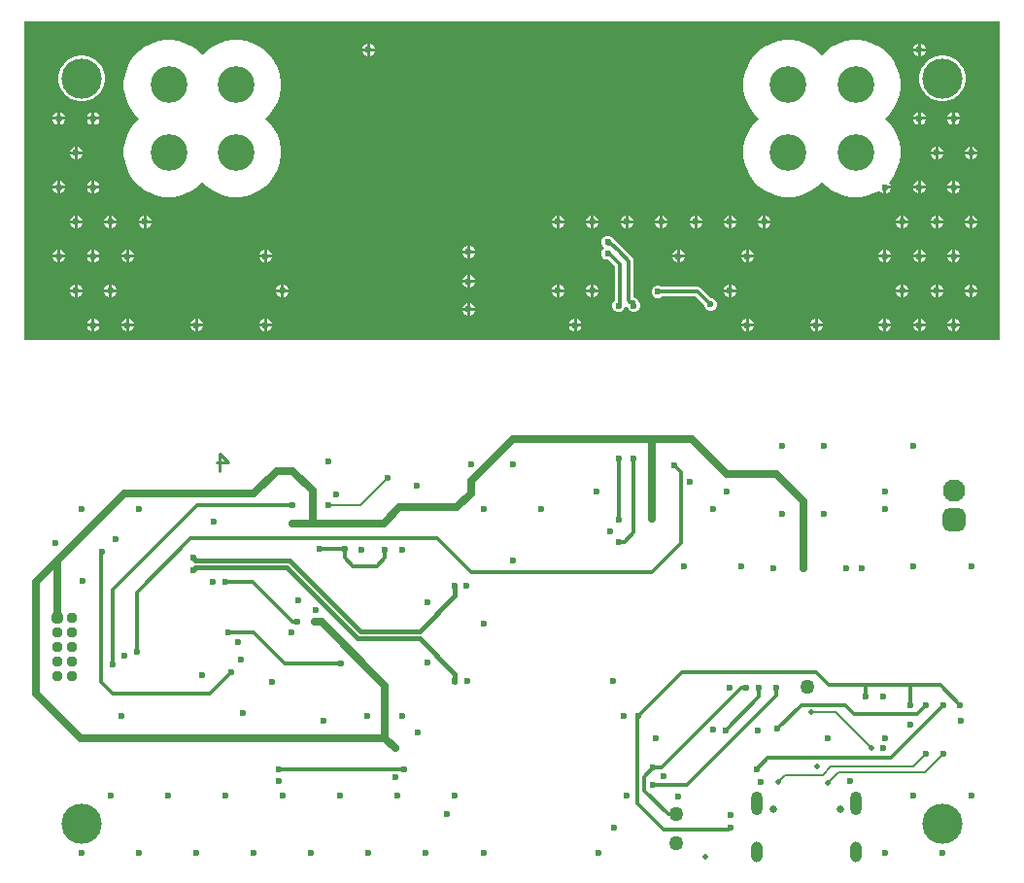
<source format=gbl>
G04*
G04 #@! TF.GenerationSoftware,Altium Limited,Altium Designer,24.2.2 (26)*
G04*
G04 Layer_Physical_Order=4*
G04 Layer_Color=16736095*
%FSLAX44Y44*%
%MOMM*%
G71*
G04*
G04 #@! TF.SameCoordinates,6A8CA8D3-F6E6-494B-9A6B-4A02BC4B17F5*
G04*
G04*
G04 #@! TF.FilePolarity,Positive*
G04*
G01*
G75*
%ADD14C,0.2000*%
%ADD15C,0.2540*%
G04:AMPARAMS|DCode=69|XSize=1mm|YSize=1.8mm|CornerRadius=0.5mm|HoleSize=0mm|Usage=FLASHONLY|Rotation=0.000|XOffset=0mm|YOffset=0mm|HoleType=Round|Shape=RoundedRectangle|*
%AMROUNDEDRECTD69*
21,1,1.0000,0.8000,0,0,0.0*
21,1,0.0000,1.8000,0,0,0.0*
1,1,1.0000,0.0000,-0.4000*
1,1,1.0000,0.0000,-0.4000*
1,1,1.0000,0.0000,0.4000*
1,1,1.0000,0.0000,0.4000*
%
%ADD69ROUNDEDRECTD69*%
G04:AMPARAMS|DCode=70|XSize=1mm|YSize=2.1mm|CornerRadius=0.5mm|HoleSize=0mm|Usage=FLASHONLY|Rotation=0.000|XOffset=0mm|YOffset=0mm|HoleType=Round|Shape=RoundedRectangle|*
%AMROUNDEDRECTD70*
21,1,1.0000,1.1000,0,0,0.0*
21,1,0.0000,2.1000,0,0,0.0*
1,1,1.0000,0.0000,-0.5500*
1,1,1.0000,0.0000,-0.5500*
1,1,1.0000,0.0000,0.5500*
1,1,1.0000,0.0000,0.5500*
%
%ADD70ROUNDEDRECTD70*%
%ADD71C,0.6500*%
%ADD81C,0.3000*%
%ADD82C,0.3810*%
%ADD83C,0.7000*%
%ADD84C,3.2000*%
%ADD85C,0.9500*%
G04:AMPARAMS|DCode=86|XSize=0.95mm|YSize=0.95mm|CornerRadius=0.2375mm|HoleSize=0mm|Usage=FLASHONLY|Rotation=270.000|XOffset=0mm|YOffset=0mm|HoleType=Round|Shape=RoundedRectangle|*
%AMROUNDEDRECTD86*
21,1,0.9500,0.4750,0,0,270.0*
21,1,0.4750,0.9500,0,0,270.0*
1,1,0.4750,-0.2375,-0.2375*
1,1,0.4750,-0.2375,0.2375*
1,1,0.4750,0.2375,0.2375*
1,1,0.4750,0.2375,-0.2375*
%
%ADD86ROUNDEDRECTD86*%
G04:AMPARAMS|DCode=87|XSize=1.95mm|YSize=1.95mm|CornerRadius=0.4875mm|HoleSize=0mm|Usage=FLASHONLY|Rotation=90.000|XOffset=0mm|YOffset=0mm|HoleType=Round|Shape=RoundedRectangle|*
%AMROUNDEDRECTD87*
21,1,1.9500,0.9750,0,0,90.0*
21,1,0.9750,1.9500,0,0,90.0*
1,1,0.9750,0.4875,0.4875*
1,1,0.9750,0.4875,-0.4875*
1,1,0.9750,-0.4875,-0.4875*
1,1,0.9750,-0.4875,0.4875*
%
%ADD87ROUNDEDRECTD87*%
%ADD88C,1.9500*%
%ADD89C,3.5000*%
%ADD90C,0.6000*%
%ADD91C,1.2700*%
%ADD92C,0.5000*%
G36*
X1450000Y947000D02*
X600000D01*
Y1225000D01*
X1450000D01*
Y947000D01*
D02*
G37*
%LPC*%
G36*
X1381270Y1205470D02*
Y1201270D01*
X1385470D01*
X1384696Y1203138D01*
X1383138Y1204696D01*
X1381270Y1205470D01*
D02*
G37*
G36*
X1378730D02*
X1376861Y1204696D01*
X1375303Y1203138D01*
X1374529Y1201270D01*
X1378730D01*
Y1205470D01*
D02*
G37*
G36*
X901270D02*
Y1201270D01*
X905470D01*
X904696Y1203138D01*
X903138Y1204696D01*
X901270Y1205470D01*
D02*
G37*
G36*
X898730D02*
X896862Y1204696D01*
X895303Y1203138D01*
X894529Y1201270D01*
X898730D01*
Y1205470D01*
D02*
G37*
G36*
X1327419Y1208350D02*
X1321281D01*
X1315217Y1207390D01*
X1309379Y1205493D01*
X1303910Y1202706D01*
X1298943Y1199098D01*
X1295000Y1195154D01*
X1291057Y1199098D01*
X1286091Y1202706D01*
X1280621Y1205493D01*
X1274782Y1207390D01*
X1268719Y1208350D01*
X1262581D01*
X1256517Y1207390D01*
X1250679Y1205493D01*
X1245210Y1202706D01*
X1240243Y1199098D01*
X1235902Y1194757D01*
X1232294Y1189790D01*
X1229507Y1184321D01*
X1227610Y1178483D01*
X1226650Y1172419D01*
Y1166281D01*
X1227610Y1160218D01*
X1229507Y1154379D01*
X1232294Y1148910D01*
X1235902Y1143943D01*
X1239846Y1140000D01*
X1235902Y1136057D01*
X1232294Y1131090D01*
X1229507Y1125621D01*
X1227610Y1119782D01*
X1226650Y1113719D01*
Y1107581D01*
X1227610Y1101517D01*
X1229507Y1095679D01*
X1232294Y1090210D01*
X1235902Y1085243D01*
X1240243Y1080902D01*
X1245210Y1077294D01*
X1250679Y1074507D01*
X1256517Y1072610D01*
X1262581Y1071650D01*
X1268719D01*
X1274782Y1072610D01*
X1280621Y1074507D01*
X1286091Y1077294D01*
X1291057Y1080902D01*
X1295000Y1084846D01*
X1298943Y1080902D01*
X1303910Y1077294D01*
X1309379Y1074507D01*
X1315217Y1072610D01*
X1321281Y1071650D01*
X1327419D01*
X1333483Y1072610D01*
X1339321Y1074507D01*
X1343931Y1076856D01*
X1345303Y1076861D01*
X1346861Y1075303D01*
X1348730Y1074529D01*
Y1080000D01*
X1350000D01*
Y1081144D01*
X1350125Y1081270D01*
X1355470D01*
X1354696Y1083138D01*
X1353344Y1084490D01*
X1354098Y1085243D01*
X1357706Y1090210D01*
X1360493Y1095679D01*
X1362390Y1101517D01*
X1363350Y1107581D01*
Y1113719D01*
X1362390Y1119782D01*
X1360493Y1125621D01*
X1357706Y1131090D01*
X1354098Y1136057D01*
X1350154Y1140000D01*
X1354098Y1143943D01*
X1357706Y1148910D01*
X1360493Y1154379D01*
X1362390Y1160218D01*
X1363350Y1166281D01*
Y1172419D01*
X1362390Y1178483D01*
X1360493Y1184321D01*
X1357706Y1189790D01*
X1354098Y1194757D01*
X1349757Y1199098D01*
X1344790Y1202706D01*
X1339321Y1205493D01*
X1333483Y1207390D01*
X1327419Y1208350D01*
D02*
G37*
G36*
X787419D02*
X781281D01*
X775218Y1207390D01*
X769379Y1205493D01*
X763910Y1202706D01*
X758943Y1199098D01*
X755000Y1195154D01*
X751057Y1199098D01*
X746090Y1202706D01*
X740621Y1205493D01*
X734782Y1207390D01*
X728719Y1208350D01*
X722581D01*
X716517Y1207390D01*
X710679Y1205493D01*
X705210Y1202706D01*
X700243Y1199098D01*
X695902Y1194757D01*
X692294Y1189790D01*
X689507Y1184321D01*
X687610Y1178483D01*
X686650Y1172419D01*
Y1166281D01*
X687610Y1160218D01*
X689507Y1154379D01*
X692294Y1148910D01*
X695902Y1143943D01*
X699846Y1140000D01*
X695902Y1136057D01*
X692294Y1131090D01*
X689507Y1125621D01*
X687610Y1119782D01*
X686650Y1113719D01*
Y1107581D01*
X687610Y1101517D01*
X689507Y1095679D01*
X692294Y1090210D01*
X695902Y1085243D01*
X700243Y1080902D01*
X705210Y1077294D01*
X710679Y1074507D01*
X716517Y1072610D01*
X722581Y1071650D01*
X728719D01*
X734782Y1072610D01*
X740621Y1074507D01*
X746090Y1077294D01*
X751057Y1080902D01*
X755000Y1084846D01*
X758943Y1080902D01*
X763910Y1077294D01*
X769379Y1074507D01*
X775218Y1072610D01*
X781281Y1071650D01*
X787419D01*
X793483Y1072610D01*
X799321Y1074507D01*
X804790Y1077294D01*
X809757Y1080902D01*
X814098Y1085243D01*
X817706Y1090210D01*
X820493Y1095679D01*
X822390Y1101517D01*
X823350Y1107581D01*
Y1113719D01*
X822390Y1119782D01*
X820493Y1125621D01*
X817706Y1131090D01*
X814098Y1136057D01*
X810154Y1140000D01*
X814098Y1143943D01*
X817706Y1148910D01*
X820493Y1154379D01*
X822390Y1160218D01*
X823350Y1166281D01*
Y1172419D01*
X822390Y1178483D01*
X820493Y1184321D01*
X817706Y1189790D01*
X814098Y1194757D01*
X809757Y1199098D01*
X804790Y1202706D01*
X799321Y1205493D01*
X793483Y1207390D01*
X787419Y1208350D01*
D02*
G37*
G36*
X1385470Y1198730D02*
X1381270D01*
Y1194529D01*
X1383138Y1195303D01*
X1384696Y1196861D01*
X1385470Y1198730D01*
D02*
G37*
G36*
X1378730D02*
X1374529D01*
X1375303Y1196861D01*
X1376861Y1195303D01*
X1378730Y1194529D01*
Y1198730D01*
D02*
G37*
G36*
X905470D02*
X901270D01*
Y1194529D01*
X903138Y1195303D01*
X904696Y1196861D01*
X905470Y1198730D01*
D02*
G37*
G36*
X898730D02*
X894529D01*
X895303Y1196861D01*
X896862Y1195303D01*
X898730Y1194529D01*
Y1198730D01*
D02*
G37*
G36*
X1401974Y1195040D02*
X1398026D01*
X1394155Y1194270D01*
X1390508Y1192759D01*
X1387225Y1190566D01*
X1384434Y1187775D01*
X1382241Y1184492D01*
X1380730Y1180845D01*
X1379960Y1176974D01*
Y1173026D01*
X1380730Y1169155D01*
X1382241Y1165508D01*
X1384434Y1162225D01*
X1387225Y1159434D01*
X1390508Y1157241D01*
X1394155Y1155730D01*
X1398026Y1154960D01*
X1401974D01*
X1405845Y1155730D01*
X1409492Y1157241D01*
X1412775Y1159434D01*
X1415566Y1162225D01*
X1417759Y1165508D01*
X1419270Y1169155D01*
X1420040Y1173026D01*
Y1176974D01*
X1419270Y1180845D01*
X1417759Y1184492D01*
X1415566Y1187775D01*
X1412775Y1190566D01*
X1409492Y1192759D01*
X1405845Y1194270D01*
X1401974Y1195040D01*
D02*
G37*
G36*
X651974D02*
X648026D01*
X644155Y1194270D01*
X640508Y1192759D01*
X637225Y1190566D01*
X634434Y1187775D01*
X632241Y1184492D01*
X630730Y1180845D01*
X629960Y1176974D01*
Y1173026D01*
X630730Y1169155D01*
X632241Y1165508D01*
X634434Y1162225D01*
X637225Y1159434D01*
X640508Y1157241D01*
X644155Y1155730D01*
X648026Y1154960D01*
X651974D01*
X655845Y1155730D01*
X659492Y1157241D01*
X662775Y1159434D01*
X665566Y1162225D01*
X667759Y1165508D01*
X669270Y1169155D01*
X670040Y1173026D01*
Y1176974D01*
X669270Y1180845D01*
X667759Y1184492D01*
X665566Y1187775D01*
X662775Y1190566D01*
X659492Y1192759D01*
X655845Y1194270D01*
X651974Y1195040D01*
D02*
G37*
G36*
X1411270Y1145470D02*
Y1141270D01*
X1415470D01*
X1414696Y1143138D01*
X1413138Y1144696D01*
X1411270Y1145470D01*
D02*
G37*
G36*
X1408730D02*
X1406861Y1144696D01*
X1405303Y1143138D01*
X1404529Y1141270D01*
X1408730D01*
Y1145470D01*
D02*
G37*
G36*
X1381270D02*
Y1141270D01*
X1385470D01*
X1384696Y1143138D01*
X1383138Y1144696D01*
X1381270Y1145470D01*
D02*
G37*
G36*
X1378730D02*
X1376861Y1144696D01*
X1375303Y1143138D01*
X1374529Y1141270D01*
X1378730D01*
Y1145470D01*
D02*
G37*
G36*
X661270D02*
Y1141270D01*
X665470D01*
X664696Y1143138D01*
X663138Y1144696D01*
X661270Y1145470D01*
D02*
G37*
G36*
X658730D02*
X656862Y1144696D01*
X655303Y1143138D01*
X654529Y1141270D01*
X658730D01*
Y1145470D01*
D02*
G37*
G36*
X631270D02*
Y1141270D01*
X635470D01*
X634696Y1143138D01*
X633138Y1144696D01*
X631270Y1145470D01*
D02*
G37*
G36*
X628730D02*
X626862Y1144696D01*
X625303Y1143138D01*
X624529Y1141270D01*
X628730D01*
Y1145470D01*
D02*
G37*
G36*
X1415470Y1138730D02*
X1411270D01*
Y1134529D01*
X1413138Y1135303D01*
X1414696Y1136861D01*
X1415470Y1138730D01*
D02*
G37*
G36*
X1408730D02*
X1404529D01*
X1405303Y1136861D01*
X1406861Y1135303D01*
X1408730Y1134529D01*
Y1138730D01*
D02*
G37*
G36*
X1385470D02*
X1381270D01*
Y1134529D01*
X1383138Y1135303D01*
X1384696Y1136861D01*
X1385470Y1138730D01*
D02*
G37*
G36*
X1378730D02*
X1374529D01*
X1375303Y1136861D01*
X1376861Y1135303D01*
X1378730Y1134529D01*
Y1138730D01*
D02*
G37*
G36*
X665470D02*
X661270D01*
Y1134529D01*
X663138Y1135303D01*
X664696Y1136861D01*
X665470Y1138730D01*
D02*
G37*
G36*
X658730D02*
X654529D01*
X655303Y1136861D01*
X656862Y1135303D01*
X658730Y1134529D01*
Y1138730D01*
D02*
G37*
G36*
X635470D02*
X631270D01*
Y1134529D01*
X633138Y1135303D01*
X634696Y1136861D01*
X635470Y1138730D01*
D02*
G37*
G36*
X628730D02*
X624529D01*
X625303Y1136861D01*
X626862Y1135303D01*
X628730Y1134529D01*
Y1138730D01*
D02*
G37*
G36*
X1426270Y1115470D02*
Y1111270D01*
X1430470D01*
X1429696Y1113138D01*
X1428138Y1114696D01*
X1426270Y1115470D01*
D02*
G37*
G36*
X1423730D02*
X1421861Y1114696D01*
X1420303Y1113138D01*
X1419529Y1111270D01*
X1423730D01*
Y1115470D01*
D02*
G37*
G36*
X1396270D02*
Y1111270D01*
X1400470D01*
X1399696Y1113138D01*
X1398138Y1114696D01*
X1396270Y1115470D01*
D02*
G37*
G36*
X1393730D02*
X1391861Y1114696D01*
X1390303Y1113138D01*
X1389529Y1111270D01*
X1393730D01*
Y1115470D01*
D02*
G37*
G36*
X646270D02*
Y1111270D01*
X650470D01*
X649696Y1113138D01*
X648138Y1114696D01*
X646270Y1115470D01*
D02*
G37*
G36*
X643730D02*
X641862Y1114696D01*
X640303Y1113138D01*
X639529Y1111270D01*
X643730D01*
Y1115470D01*
D02*
G37*
G36*
X1430470Y1108730D02*
X1426270D01*
Y1104529D01*
X1428138Y1105303D01*
X1429696Y1106861D01*
X1430470Y1108730D01*
D02*
G37*
G36*
X1423730D02*
X1419529D01*
X1420303Y1106861D01*
X1421861Y1105303D01*
X1423730Y1104529D01*
Y1108730D01*
D02*
G37*
G36*
X1400470D02*
X1396270D01*
Y1104529D01*
X1398138Y1105303D01*
X1399696Y1106861D01*
X1400470Y1108730D01*
D02*
G37*
G36*
X1393730D02*
X1389529D01*
X1390303Y1106861D01*
X1391861Y1105303D01*
X1393730Y1104529D01*
Y1108730D01*
D02*
G37*
G36*
X650470D02*
X646270D01*
Y1104529D01*
X648138Y1105303D01*
X649696Y1106861D01*
X650470Y1108730D01*
D02*
G37*
G36*
X643730D02*
X639529D01*
X640303Y1106861D01*
X641862Y1105303D01*
X643730Y1104529D01*
Y1108730D01*
D02*
G37*
G36*
X1411270Y1085470D02*
Y1081270D01*
X1415470D01*
X1414696Y1083138D01*
X1413138Y1084696D01*
X1411270Y1085470D01*
D02*
G37*
G36*
X1408730D02*
X1406861Y1084696D01*
X1405303Y1083138D01*
X1404529Y1081270D01*
X1408730D01*
Y1085470D01*
D02*
G37*
G36*
X1381270D02*
Y1081270D01*
X1385470D01*
X1384696Y1083138D01*
X1383138Y1084696D01*
X1381270Y1085470D01*
D02*
G37*
G36*
X1378730D02*
X1376861Y1084696D01*
X1375303Y1083138D01*
X1374529Y1081270D01*
X1378730D01*
Y1085470D01*
D02*
G37*
G36*
X661270D02*
Y1081270D01*
X665470D01*
X664696Y1083138D01*
X663138Y1084696D01*
X661270Y1085470D01*
D02*
G37*
G36*
X658730D02*
X656862Y1084696D01*
X655303Y1083138D01*
X654529Y1081270D01*
X658730D01*
Y1085470D01*
D02*
G37*
G36*
X631270D02*
Y1081270D01*
X635470D01*
X634696Y1083138D01*
X633138Y1084696D01*
X631270Y1085470D01*
D02*
G37*
G36*
X628730D02*
X626862Y1084696D01*
X625303Y1083138D01*
X624529Y1081270D01*
X628730D01*
Y1085470D01*
D02*
G37*
G36*
X1415470Y1078730D02*
X1411270D01*
Y1074529D01*
X1413138Y1075303D01*
X1414696Y1076861D01*
X1415470Y1078730D01*
D02*
G37*
G36*
X1408730D02*
X1404529D01*
X1405303Y1076861D01*
X1406861Y1075303D01*
X1408730Y1074529D01*
Y1078730D01*
D02*
G37*
G36*
X1385470D02*
X1381270D01*
Y1074529D01*
X1383138Y1075303D01*
X1384696Y1076861D01*
X1385470Y1078730D01*
D02*
G37*
G36*
X1378730D02*
X1374529D01*
X1375303Y1076861D01*
X1376861Y1075303D01*
X1378730Y1074529D01*
Y1078730D01*
D02*
G37*
G36*
X1355470D02*
X1351270D01*
Y1074529D01*
X1353138Y1075303D01*
X1354696Y1076861D01*
X1355470Y1078730D01*
D02*
G37*
G36*
X665470D02*
X661270D01*
Y1074529D01*
X663138Y1075303D01*
X664696Y1076861D01*
X665470Y1078730D01*
D02*
G37*
G36*
X658730D02*
X654529D01*
X655303Y1076861D01*
X656862Y1075303D01*
X658730Y1074529D01*
Y1078730D01*
D02*
G37*
G36*
X635470D02*
X631270D01*
Y1074529D01*
X633138Y1075303D01*
X634696Y1076861D01*
X635470Y1078730D01*
D02*
G37*
G36*
X628730D02*
X624529D01*
X625303Y1076861D01*
X626862Y1075303D01*
X628730Y1074529D01*
Y1078730D01*
D02*
G37*
G36*
X1426270Y1055470D02*
Y1051270D01*
X1430470D01*
X1429696Y1053138D01*
X1428138Y1054696D01*
X1426270Y1055470D01*
D02*
G37*
G36*
X1423730D02*
X1421861Y1054696D01*
X1420303Y1053138D01*
X1419529Y1051270D01*
X1423730D01*
Y1055470D01*
D02*
G37*
G36*
X1396270D02*
Y1051270D01*
X1400470D01*
X1399696Y1053138D01*
X1398138Y1054696D01*
X1396270Y1055470D01*
D02*
G37*
G36*
X1393730D02*
X1391861Y1054696D01*
X1390303Y1053138D01*
X1389529Y1051270D01*
X1393730D01*
Y1055470D01*
D02*
G37*
G36*
X1366270D02*
Y1051270D01*
X1370470D01*
X1369696Y1053138D01*
X1368138Y1054696D01*
X1366270Y1055470D01*
D02*
G37*
G36*
X1363730D02*
X1361861Y1054696D01*
X1360303Y1053138D01*
X1359529Y1051270D01*
X1363730D01*
Y1055470D01*
D02*
G37*
G36*
X1246270D02*
Y1051270D01*
X1250470D01*
X1249696Y1053138D01*
X1248138Y1054696D01*
X1246270Y1055470D01*
D02*
G37*
G36*
X1243730D02*
X1241861Y1054696D01*
X1240303Y1053138D01*
X1239529Y1051270D01*
X1243730D01*
Y1055470D01*
D02*
G37*
G36*
X1216270D02*
Y1051270D01*
X1220470D01*
X1219696Y1053138D01*
X1218138Y1054696D01*
X1216270Y1055470D01*
D02*
G37*
G36*
X1213730D02*
X1211861Y1054696D01*
X1210303Y1053138D01*
X1209529Y1051270D01*
X1213730D01*
Y1055470D01*
D02*
G37*
G36*
X1186270D02*
Y1051270D01*
X1190470D01*
X1189696Y1053138D01*
X1188138Y1054696D01*
X1186270Y1055470D01*
D02*
G37*
G36*
X1183730D02*
X1181861Y1054696D01*
X1180303Y1053138D01*
X1179529Y1051270D01*
X1183730D01*
Y1055470D01*
D02*
G37*
G36*
X1156270D02*
Y1051270D01*
X1160470D01*
X1159696Y1053138D01*
X1158138Y1054696D01*
X1156270Y1055470D01*
D02*
G37*
G36*
X1153730D02*
X1151861Y1054696D01*
X1150303Y1053138D01*
X1149529Y1051270D01*
X1153730D01*
Y1055470D01*
D02*
G37*
G36*
X1126270D02*
Y1051270D01*
X1130470D01*
X1129696Y1053138D01*
X1128138Y1054696D01*
X1126270Y1055470D01*
D02*
G37*
G36*
X1123730D02*
X1121861Y1054696D01*
X1120303Y1053138D01*
X1119529Y1051270D01*
X1123730D01*
Y1055470D01*
D02*
G37*
G36*
X1096270D02*
Y1051270D01*
X1100470D01*
X1099696Y1053138D01*
X1098138Y1054696D01*
X1096270Y1055470D01*
D02*
G37*
G36*
X1093730D02*
X1091861Y1054696D01*
X1090303Y1053138D01*
X1089529Y1051270D01*
X1093730D01*
Y1055470D01*
D02*
G37*
G36*
X1066270D02*
Y1051270D01*
X1070470D01*
X1069696Y1053138D01*
X1068138Y1054696D01*
X1066270Y1055470D01*
D02*
G37*
G36*
X1063730D02*
X1061861Y1054696D01*
X1060303Y1053138D01*
X1059529Y1051270D01*
X1063730D01*
Y1055470D01*
D02*
G37*
G36*
X706270D02*
Y1051270D01*
X710470D01*
X709696Y1053138D01*
X708138Y1054696D01*
X706270Y1055470D01*
D02*
G37*
G36*
X703730D02*
X701862Y1054696D01*
X700303Y1053138D01*
X699529Y1051270D01*
X703730D01*
Y1055470D01*
D02*
G37*
G36*
X676270D02*
Y1051270D01*
X680470D01*
X679696Y1053138D01*
X678138Y1054696D01*
X676270Y1055470D01*
D02*
G37*
G36*
X673730D02*
X671862Y1054696D01*
X670303Y1053138D01*
X669529Y1051270D01*
X673730D01*
Y1055470D01*
D02*
G37*
G36*
X646270D02*
Y1051270D01*
X650470D01*
X649696Y1053138D01*
X648138Y1054696D01*
X646270Y1055470D01*
D02*
G37*
G36*
X643730D02*
X641862Y1054696D01*
X640303Y1053138D01*
X639529Y1051270D01*
X643730D01*
Y1055470D01*
D02*
G37*
G36*
X1430470Y1048730D02*
X1426270D01*
Y1044529D01*
X1428138Y1045303D01*
X1429696Y1046861D01*
X1430470Y1048730D01*
D02*
G37*
G36*
X1423730D02*
X1419529D01*
X1420303Y1046861D01*
X1421861Y1045303D01*
X1423730Y1044529D01*
Y1048730D01*
D02*
G37*
G36*
X1400470D02*
X1396270D01*
Y1044529D01*
X1398138Y1045303D01*
X1399696Y1046861D01*
X1400470Y1048730D01*
D02*
G37*
G36*
X1393730D02*
X1389529D01*
X1390303Y1046861D01*
X1391861Y1045303D01*
X1393730Y1044529D01*
Y1048730D01*
D02*
G37*
G36*
X1370470D02*
X1366270D01*
Y1044529D01*
X1368138Y1045303D01*
X1369696Y1046861D01*
X1370470Y1048730D01*
D02*
G37*
G36*
X1363730D02*
X1359529D01*
X1360303Y1046861D01*
X1361861Y1045303D01*
X1363730Y1044529D01*
Y1048730D01*
D02*
G37*
G36*
X1250470D02*
X1246270D01*
Y1044529D01*
X1248138Y1045303D01*
X1249696Y1046861D01*
X1250470Y1048730D01*
D02*
G37*
G36*
X1243730D02*
X1239529D01*
X1240303Y1046861D01*
X1241861Y1045303D01*
X1243730Y1044529D01*
Y1048730D01*
D02*
G37*
G36*
X1220470D02*
X1216270D01*
Y1044529D01*
X1218138Y1045303D01*
X1219696Y1046861D01*
X1220470Y1048730D01*
D02*
G37*
G36*
X1213730D02*
X1209529D01*
X1210303Y1046861D01*
X1211861Y1045303D01*
X1213730Y1044529D01*
Y1048730D01*
D02*
G37*
G36*
X1190470D02*
X1186270D01*
Y1044529D01*
X1188138Y1045303D01*
X1189696Y1046861D01*
X1190470Y1048730D01*
D02*
G37*
G36*
X1183730D02*
X1179529D01*
X1180303Y1046861D01*
X1181861Y1045303D01*
X1183730Y1044529D01*
Y1048730D01*
D02*
G37*
G36*
X1160470D02*
X1156270D01*
Y1044529D01*
X1158138Y1045303D01*
X1159696Y1046861D01*
X1160470Y1048730D01*
D02*
G37*
G36*
X1153730D02*
X1149529D01*
X1150303Y1046861D01*
X1151861Y1045303D01*
X1153730Y1044529D01*
Y1048730D01*
D02*
G37*
G36*
X1130470D02*
X1126270D01*
Y1044529D01*
X1128138Y1045303D01*
X1129696Y1046861D01*
X1130470Y1048730D01*
D02*
G37*
G36*
X1123730D02*
X1119529D01*
X1120303Y1046861D01*
X1121861Y1045303D01*
X1123730Y1044529D01*
Y1048730D01*
D02*
G37*
G36*
X1100470D02*
X1096270D01*
Y1044529D01*
X1098138Y1045303D01*
X1099696Y1046861D01*
X1100470Y1048730D01*
D02*
G37*
G36*
X1093730D02*
X1089529D01*
X1090303Y1046861D01*
X1091861Y1045303D01*
X1093730Y1044529D01*
Y1048730D01*
D02*
G37*
G36*
X1070470D02*
X1066270D01*
Y1044529D01*
X1068138Y1045303D01*
X1069696Y1046861D01*
X1070470Y1048730D01*
D02*
G37*
G36*
X1063730D02*
X1059529D01*
X1060303Y1046861D01*
X1061861Y1045303D01*
X1063730Y1044529D01*
Y1048730D01*
D02*
G37*
G36*
X710470D02*
X706270D01*
Y1044529D01*
X708138Y1045303D01*
X709696Y1046861D01*
X710470Y1048730D01*
D02*
G37*
G36*
X703730D02*
X699529D01*
X700303Y1046861D01*
X701862Y1045303D01*
X703730Y1044529D01*
Y1048730D01*
D02*
G37*
G36*
X680470D02*
X676270D01*
Y1044529D01*
X678138Y1045303D01*
X679696Y1046861D01*
X680470Y1048730D01*
D02*
G37*
G36*
X673730D02*
X669529D01*
X670303Y1046861D01*
X671862Y1045303D01*
X673730Y1044529D01*
Y1048730D01*
D02*
G37*
G36*
X650470D02*
X646270D01*
Y1044529D01*
X648138Y1045303D01*
X649696Y1046861D01*
X650470Y1048730D01*
D02*
G37*
G36*
X643730D02*
X639529D01*
X640303Y1046861D01*
X641862Y1045303D01*
X643730Y1044529D01*
Y1048730D01*
D02*
G37*
G36*
X988436Y1029304D02*
Y1025104D01*
X992637D01*
X991863Y1026972D01*
X990304Y1028530D01*
X988436Y1029304D01*
D02*
G37*
G36*
X985896D02*
X984028Y1028530D01*
X982470Y1026972D01*
X981696Y1025104D01*
X985896D01*
Y1029304D01*
D02*
G37*
G36*
X1411270Y1025470D02*
Y1021270D01*
X1415470D01*
X1414696Y1023138D01*
X1413138Y1024696D01*
X1411270Y1025470D01*
D02*
G37*
G36*
X1408730D02*
X1406861Y1024696D01*
X1405303Y1023138D01*
X1404529Y1021270D01*
X1408730D01*
Y1025470D01*
D02*
G37*
G36*
X1381270D02*
Y1021270D01*
X1385470D01*
X1384696Y1023138D01*
X1383138Y1024696D01*
X1381270Y1025470D01*
D02*
G37*
G36*
X1378730D02*
X1376861Y1024696D01*
X1375303Y1023138D01*
X1374529Y1021270D01*
X1378730D01*
Y1025470D01*
D02*
G37*
G36*
X1351270D02*
Y1021270D01*
X1355470D01*
X1354696Y1023138D01*
X1353138Y1024696D01*
X1351270Y1025470D01*
D02*
G37*
G36*
X1348730D02*
X1346861Y1024696D01*
X1345303Y1023138D01*
X1344529Y1021270D01*
X1348730D01*
Y1025470D01*
D02*
G37*
G36*
X1231270D02*
Y1021270D01*
X1235470D01*
X1234696Y1023138D01*
X1233138Y1024696D01*
X1231270Y1025470D01*
D02*
G37*
G36*
X1228730D02*
X1226861Y1024696D01*
X1225303Y1023138D01*
X1224529Y1021270D01*
X1228730D01*
Y1025470D01*
D02*
G37*
G36*
X1171270D02*
Y1021270D01*
X1175470D01*
X1174696Y1023138D01*
X1173138Y1024696D01*
X1171270Y1025470D01*
D02*
G37*
G36*
X1168730D02*
X1166861Y1024696D01*
X1165303Y1023138D01*
X1164529Y1021270D01*
X1168730D01*
Y1025470D01*
D02*
G37*
G36*
X811270D02*
Y1021270D01*
X815470D01*
X814696Y1023138D01*
X813138Y1024696D01*
X811270Y1025470D01*
D02*
G37*
G36*
X808730D02*
X806862Y1024696D01*
X805303Y1023138D01*
X804529Y1021270D01*
X808730D01*
Y1025470D01*
D02*
G37*
G36*
X691270D02*
Y1021270D01*
X695470D01*
X694696Y1023138D01*
X693138Y1024696D01*
X691270Y1025470D01*
D02*
G37*
G36*
X688730D02*
X686862Y1024696D01*
X685303Y1023138D01*
X684529Y1021270D01*
X688730D01*
Y1025470D01*
D02*
G37*
G36*
X661270D02*
Y1021270D01*
X665470D01*
X664696Y1023138D01*
X663138Y1024696D01*
X661270Y1025470D01*
D02*
G37*
G36*
X658730D02*
X656862Y1024696D01*
X655303Y1023138D01*
X654529Y1021270D01*
X658730D01*
Y1025470D01*
D02*
G37*
G36*
X631270D02*
Y1021270D01*
X635470D01*
X634696Y1023138D01*
X633138Y1024696D01*
X631270Y1025470D01*
D02*
G37*
G36*
X628730D02*
X626862Y1024696D01*
X625303Y1023138D01*
X624529Y1021270D01*
X628730D01*
Y1025470D01*
D02*
G37*
G36*
X992637Y1022564D02*
X988436D01*
Y1018363D01*
X990304Y1019137D01*
X991863Y1020696D01*
X992637Y1022564D01*
D02*
G37*
G36*
X985896D02*
X981696D01*
X982470Y1020696D01*
X984028Y1019137D01*
X985896Y1018363D01*
Y1022564D01*
D02*
G37*
G36*
X1415470Y1018730D02*
X1411270D01*
Y1014529D01*
X1413138Y1015303D01*
X1414696Y1016861D01*
X1415470Y1018730D01*
D02*
G37*
G36*
X1408730D02*
X1404529D01*
X1405303Y1016861D01*
X1406861Y1015303D01*
X1408730Y1014529D01*
Y1018730D01*
D02*
G37*
G36*
X1385470D02*
X1381270D01*
Y1014529D01*
X1383138Y1015303D01*
X1384696Y1016861D01*
X1385470Y1018730D01*
D02*
G37*
G36*
X1378730D02*
X1374529D01*
X1375303Y1016861D01*
X1376861Y1015303D01*
X1378730Y1014529D01*
Y1018730D01*
D02*
G37*
G36*
X1355470D02*
X1351270D01*
Y1014529D01*
X1353138Y1015303D01*
X1354696Y1016861D01*
X1355470Y1018730D01*
D02*
G37*
G36*
X1348730D02*
X1344529D01*
X1345303Y1016861D01*
X1346861Y1015303D01*
X1348730Y1014529D01*
Y1018730D01*
D02*
G37*
G36*
X1235470D02*
X1231270D01*
Y1014529D01*
X1233138Y1015303D01*
X1234696Y1016861D01*
X1235470Y1018730D01*
D02*
G37*
G36*
X1228730D02*
X1224529D01*
X1225303Y1016861D01*
X1226861Y1015303D01*
X1228730Y1014529D01*
Y1018730D01*
D02*
G37*
G36*
X1175470D02*
X1171270D01*
Y1014529D01*
X1173138Y1015303D01*
X1174696Y1016861D01*
X1175470Y1018730D01*
D02*
G37*
G36*
X1168730D02*
X1164529D01*
X1165303Y1016861D01*
X1166861Y1015303D01*
X1168730Y1014529D01*
Y1018730D01*
D02*
G37*
G36*
X815470D02*
X811270D01*
Y1014529D01*
X813138Y1015303D01*
X814696Y1016861D01*
X815470Y1018730D01*
D02*
G37*
G36*
X808730D02*
X804529D01*
X805303Y1016861D01*
X806862Y1015303D01*
X808730Y1014529D01*
Y1018730D01*
D02*
G37*
G36*
X695470D02*
X691270D01*
Y1014529D01*
X693138Y1015303D01*
X694696Y1016861D01*
X695470Y1018730D01*
D02*
G37*
G36*
X688730D02*
X684529D01*
X685303Y1016861D01*
X686862Y1015303D01*
X688730Y1014529D01*
Y1018730D01*
D02*
G37*
G36*
X665470D02*
X661270D01*
Y1014529D01*
X663138Y1015303D01*
X664696Y1016861D01*
X665470Y1018730D01*
D02*
G37*
G36*
X658730D02*
X654529D01*
X655303Y1016861D01*
X656862Y1015303D01*
X658730Y1014529D01*
Y1018730D01*
D02*
G37*
G36*
X635470D02*
X631270D01*
Y1014529D01*
X633138Y1015303D01*
X634696Y1016861D01*
X635470Y1018730D01*
D02*
G37*
G36*
X628730D02*
X624529D01*
X625303Y1016861D01*
X626862Y1015303D01*
X628730Y1014529D01*
Y1018730D01*
D02*
G37*
G36*
X988436Y1003304D02*
Y999104D01*
X992637D01*
X991863Y1000972D01*
X990304Y1002530D01*
X988436Y1003304D01*
D02*
G37*
G36*
X985896D02*
X984028Y1002530D01*
X982470Y1000972D01*
X981696Y999104D01*
X985896D01*
Y1003304D01*
D02*
G37*
G36*
X992637Y996564D02*
X988436D01*
Y992363D01*
X990304Y993137D01*
X991863Y994696D01*
X992637Y996564D01*
D02*
G37*
G36*
X985896D02*
X981696D01*
X982470Y994696D01*
X984028Y993137D01*
X985896Y992363D01*
Y996564D01*
D02*
G37*
G36*
X1426270Y995470D02*
Y991270D01*
X1430470D01*
X1429696Y993138D01*
X1428138Y994696D01*
X1426270Y995470D01*
D02*
G37*
G36*
X1423730D02*
X1421861Y994696D01*
X1420303Y993138D01*
X1419529Y991270D01*
X1423730D01*
Y995470D01*
D02*
G37*
G36*
X1396270D02*
Y991270D01*
X1400470D01*
X1399696Y993138D01*
X1398138Y994696D01*
X1396270Y995470D01*
D02*
G37*
G36*
X1393730D02*
X1391861Y994696D01*
X1390303Y993138D01*
X1389529Y991270D01*
X1393730D01*
Y995470D01*
D02*
G37*
G36*
X1366270D02*
Y991270D01*
X1370470D01*
X1369696Y993138D01*
X1368138Y994696D01*
X1366270Y995470D01*
D02*
G37*
G36*
X1363730D02*
X1361861Y994696D01*
X1360303Y993138D01*
X1359529Y991270D01*
X1363730D01*
Y995470D01*
D02*
G37*
G36*
X1216270D02*
Y991270D01*
X1220470D01*
X1219696Y993138D01*
X1218138Y994696D01*
X1216270Y995470D01*
D02*
G37*
G36*
X1213730D02*
X1211861Y994696D01*
X1210303Y993138D01*
X1209529Y991270D01*
X1213730D01*
Y995470D01*
D02*
G37*
G36*
X1096270D02*
Y991270D01*
X1100470D01*
X1099696Y993138D01*
X1098138Y994696D01*
X1096270Y995470D01*
D02*
G37*
G36*
X1093730D02*
X1091861Y994696D01*
X1090303Y993138D01*
X1089529Y991270D01*
X1093730D01*
Y995470D01*
D02*
G37*
G36*
X1066270D02*
Y991270D01*
X1070470D01*
X1069696Y993138D01*
X1068138Y994696D01*
X1066270Y995470D01*
D02*
G37*
G36*
X1063730D02*
X1061861Y994696D01*
X1060303Y993138D01*
X1059529Y991270D01*
X1063730D01*
Y995470D01*
D02*
G37*
G36*
X826270D02*
Y991270D01*
X830470D01*
X829696Y993138D01*
X828138Y994696D01*
X826270Y995470D01*
D02*
G37*
G36*
X823730D02*
X821862Y994696D01*
X820303Y993138D01*
X819529Y991270D01*
X823730D01*
Y995470D01*
D02*
G37*
G36*
X676270D02*
Y991270D01*
X680470D01*
X679696Y993138D01*
X678138Y994696D01*
X676270Y995470D01*
D02*
G37*
G36*
X673730D02*
X671862Y994696D01*
X670303Y993138D01*
X669529Y991270D01*
X673730D01*
Y995470D01*
D02*
G37*
G36*
X646270D02*
Y991270D01*
X650470D01*
X649696Y993138D01*
X648138Y994696D01*
X646270Y995470D01*
D02*
G37*
G36*
X643730D02*
X641862Y994696D01*
X640303Y993138D01*
X639529Y991270D01*
X643730D01*
Y995470D01*
D02*
G37*
G36*
X1430470Y988730D02*
X1426270D01*
Y984529D01*
X1428138Y985303D01*
X1429696Y986862D01*
X1430470Y988730D01*
D02*
G37*
G36*
X1423730D02*
X1419529D01*
X1420303Y986862D01*
X1421861Y985303D01*
X1423730Y984529D01*
Y988730D01*
D02*
G37*
G36*
X1400470D02*
X1396270D01*
Y984529D01*
X1398138Y985303D01*
X1399696Y986862D01*
X1400470Y988730D01*
D02*
G37*
G36*
X1393730D02*
X1389529D01*
X1390303Y986862D01*
X1391861Y985303D01*
X1393730Y984529D01*
Y988730D01*
D02*
G37*
G36*
X1370470D02*
X1366270D01*
Y984529D01*
X1368138Y985303D01*
X1369696Y986862D01*
X1370470Y988730D01*
D02*
G37*
G36*
X1363730D02*
X1359529D01*
X1360303Y986862D01*
X1361861Y985303D01*
X1363730Y984529D01*
Y988730D01*
D02*
G37*
G36*
X1220470D02*
X1216270D01*
Y984529D01*
X1218138Y985303D01*
X1219696Y986862D01*
X1220470Y988730D01*
D02*
G37*
G36*
X1213730D02*
X1209529D01*
X1210303Y986862D01*
X1211861Y985303D01*
X1213730Y984529D01*
Y988730D01*
D02*
G37*
G36*
X1100470D02*
X1096270D01*
Y984529D01*
X1098138Y985303D01*
X1099696Y986862D01*
X1100470Y988730D01*
D02*
G37*
G36*
X1093730D02*
X1089529D01*
X1090303Y986862D01*
X1091861Y985303D01*
X1093730Y984529D01*
Y988730D01*
D02*
G37*
G36*
X1070470D02*
X1066270D01*
Y984529D01*
X1068138Y985303D01*
X1069696Y986862D01*
X1070470Y988730D01*
D02*
G37*
G36*
X1063730D02*
X1059529D01*
X1060303Y986862D01*
X1061861Y985303D01*
X1063730Y984529D01*
Y988730D01*
D02*
G37*
G36*
X830470D02*
X826270D01*
Y984529D01*
X828138Y985303D01*
X829696Y986862D01*
X830470Y988730D01*
D02*
G37*
G36*
X823730D02*
X819529D01*
X820303Y986862D01*
X821862Y985303D01*
X823730Y984529D01*
Y988730D01*
D02*
G37*
G36*
X680470D02*
X676270D01*
Y984529D01*
X678138Y985303D01*
X679696Y986862D01*
X680470Y988730D01*
D02*
G37*
G36*
X673730D02*
X669529D01*
X670303Y986862D01*
X671862Y985303D01*
X673730Y984529D01*
Y988730D01*
D02*
G37*
G36*
X650470D02*
X646270D01*
Y984529D01*
X648138Y985303D01*
X649696Y986862D01*
X650470Y988730D01*
D02*
G37*
G36*
X643730D02*
X639529D01*
X640303Y986862D01*
X641862Y985303D01*
X643730Y984529D01*
Y988730D01*
D02*
G37*
G36*
X988436Y979304D02*
Y975104D01*
X992637D01*
X991863Y976972D01*
X990304Y978530D01*
X988436Y979304D01*
D02*
G37*
G36*
X985896D02*
X984028Y978530D01*
X982470Y976972D01*
X981696Y975104D01*
X985896D01*
Y979304D01*
D02*
G37*
G36*
X1153102Y994540D02*
X1150898D01*
X1148862Y993697D01*
X1147303Y992138D01*
X1146460Y990102D01*
Y987898D01*
X1147303Y985862D01*
X1148862Y984303D01*
X1150898Y983460D01*
X1153102D01*
X1155138Y984303D01*
X1155716Y984881D01*
X1185294D01*
X1192460Y977715D01*
Y976898D01*
X1193303Y974862D01*
X1194862Y973303D01*
X1196898Y972460D01*
X1199102D01*
X1201138Y973303D01*
X1202697Y974862D01*
X1203540Y976898D01*
Y979102D01*
X1202697Y981138D01*
X1201138Y982697D01*
X1199102Y983540D01*
X1198285D01*
X1189913Y991913D01*
X1188576Y992806D01*
X1187000Y993119D01*
X1155716D01*
X1155138Y993697D01*
X1153102Y994540D01*
D02*
G37*
G36*
X1109639Y1037874D02*
X1107435D01*
X1105398Y1037030D01*
X1103840Y1035472D01*
X1102997Y1033436D01*
Y1031232D01*
X1103840Y1029196D01*
X1104899Y1028137D01*
X1105289Y1027383D01*
X1104899Y1026477D01*
X1103906Y1025485D01*
X1103063Y1023449D01*
Y1021245D01*
X1103906Y1019209D01*
X1105465Y1017650D01*
X1107501Y1016807D01*
X1109070D01*
X1114881Y1010996D01*
Y981704D01*
X1114862Y981697D01*
X1113303Y980138D01*
X1112460Y978102D01*
Y975898D01*
X1113303Y973862D01*
X1114862Y972303D01*
X1116898Y971460D01*
X1119102D01*
X1121138Y972303D01*
X1122697Y973862D01*
X1123431Y975634D01*
X1124528Y976056D01*
X1124773Y976096D01*
X1125552Y975676D01*
X1126303Y973862D01*
X1127862Y972303D01*
X1129898Y971460D01*
X1132102D01*
X1134138Y972303D01*
X1135697Y973862D01*
X1136540Y975898D01*
Y978102D01*
X1135697Y980138D01*
X1134899Y980936D01*
X1134806Y981405D01*
X1133913Y982741D01*
X1132576Y983634D01*
X1131000Y983948D01*
X1130875D01*
Y1015915D01*
X1130562Y1017491D01*
X1129669Y1018828D01*
X1121130Y1027367D01*
X1114387Y1034109D01*
X1113572Y1034654D01*
X1113233Y1035472D01*
X1111675Y1037030D01*
X1109639Y1037874D01*
D02*
G37*
G36*
X992637Y972564D02*
X988436D01*
Y968363D01*
X990304Y969137D01*
X991863Y970696D01*
X992637Y972564D01*
D02*
G37*
G36*
X985896D02*
X981696D01*
X982470Y970696D01*
X984028Y969137D01*
X985896Y968363D01*
Y972564D01*
D02*
G37*
G36*
X1411270Y965470D02*
Y961270D01*
X1415470D01*
X1414696Y963138D01*
X1413138Y964696D01*
X1411270Y965470D01*
D02*
G37*
G36*
X1408730D02*
X1406861Y964696D01*
X1405303Y963138D01*
X1404529Y961270D01*
X1408730D01*
Y965470D01*
D02*
G37*
G36*
X1381270D02*
Y961270D01*
X1385470D01*
X1384696Y963138D01*
X1383138Y964696D01*
X1381270Y965470D01*
D02*
G37*
G36*
X1378730D02*
X1376861Y964696D01*
X1375303Y963138D01*
X1374529Y961270D01*
X1378730D01*
Y965470D01*
D02*
G37*
G36*
X1351270D02*
Y961270D01*
X1355470D01*
X1354696Y963138D01*
X1353138Y964696D01*
X1351270Y965470D01*
D02*
G37*
G36*
X1348730D02*
X1346861Y964696D01*
X1345303Y963138D01*
X1344529Y961270D01*
X1348730D01*
Y965470D01*
D02*
G37*
G36*
X1291270D02*
Y961270D01*
X1295470D01*
X1294696Y963138D01*
X1293138Y964696D01*
X1291270Y965470D01*
D02*
G37*
G36*
X1288730D02*
X1286862Y964696D01*
X1285303Y963138D01*
X1284529Y961270D01*
X1288730D01*
Y965470D01*
D02*
G37*
G36*
X1231270D02*
Y961270D01*
X1235470D01*
X1234696Y963138D01*
X1233138Y964696D01*
X1231270Y965470D01*
D02*
G37*
G36*
X1228730D02*
X1226861Y964696D01*
X1225303Y963138D01*
X1224529Y961270D01*
X1228730D01*
Y965470D01*
D02*
G37*
G36*
X1081270D02*
Y961270D01*
X1085470D01*
X1084696Y963138D01*
X1083138Y964696D01*
X1081270Y965470D01*
D02*
G37*
G36*
X1078730D02*
X1076861Y964696D01*
X1075303Y963138D01*
X1074529Y961270D01*
X1078730D01*
Y965470D01*
D02*
G37*
G36*
X811270D02*
Y961270D01*
X815470D01*
X814696Y963138D01*
X813138Y964696D01*
X811270Y965470D01*
D02*
G37*
G36*
X808730D02*
X806862Y964696D01*
X805303Y963138D01*
X804529Y961270D01*
X808730D01*
Y965470D01*
D02*
G37*
G36*
X751270D02*
Y961270D01*
X755470D01*
X754696Y963138D01*
X753138Y964696D01*
X751270Y965470D01*
D02*
G37*
G36*
X748730D02*
X746862Y964696D01*
X745303Y963138D01*
X744529Y961270D01*
X748730D01*
Y965470D01*
D02*
G37*
G36*
X691270D02*
Y961270D01*
X695470D01*
X694696Y963138D01*
X693138Y964696D01*
X691270Y965470D01*
D02*
G37*
G36*
X688730D02*
X686862Y964696D01*
X685303Y963138D01*
X684529Y961270D01*
X688730D01*
Y965470D01*
D02*
G37*
G36*
X661270D02*
Y961270D01*
X665470D01*
X664696Y963138D01*
X663138Y964696D01*
X661270Y965470D01*
D02*
G37*
G36*
X658730D02*
X656862Y964696D01*
X655303Y963138D01*
X654529Y961270D01*
X658730D01*
Y965470D01*
D02*
G37*
G36*
X1415470Y958730D02*
X1411270D01*
Y954529D01*
X1413138Y955303D01*
X1414696Y956862D01*
X1415470Y958730D01*
D02*
G37*
G36*
X1408730D02*
X1404529D01*
X1405303Y956862D01*
X1406861Y955303D01*
X1408730Y954529D01*
Y958730D01*
D02*
G37*
G36*
X1385470D02*
X1381270D01*
Y954529D01*
X1383138Y955303D01*
X1384696Y956862D01*
X1385470Y958730D01*
D02*
G37*
G36*
X1378730D02*
X1374529D01*
X1375303Y956862D01*
X1376861Y955303D01*
X1378730Y954529D01*
Y958730D01*
D02*
G37*
G36*
X1355470D02*
X1351270D01*
Y954529D01*
X1353138Y955303D01*
X1354696Y956862D01*
X1355470Y958730D01*
D02*
G37*
G36*
X1348730D02*
X1344529D01*
X1345303Y956862D01*
X1346861Y955303D01*
X1348730Y954529D01*
Y958730D01*
D02*
G37*
G36*
X1295470D02*
X1291270D01*
Y954529D01*
X1293138Y955303D01*
X1294696Y956862D01*
X1295470Y958730D01*
D02*
G37*
G36*
X1288730D02*
X1284529D01*
X1285303Y956862D01*
X1286862Y955303D01*
X1288730Y954529D01*
Y958730D01*
D02*
G37*
G36*
X1235470D02*
X1231270D01*
Y954529D01*
X1233138Y955303D01*
X1234696Y956862D01*
X1235470Y958730D01*
D02*
G37*
G36*
X1228730D02*
X1224529D01*
X1225303Y956862D01*
X1226861Y955303D01*
X1228730Y954529D01*
Y958730D01*
D02*
G37*
G36*
X1085470D02*
X1081270D01*
Y954529D01*
X1083138Y955303D01*
X1084696Y956862D01*
X1085470Y958730D01*
D02*
G37*
G36*
X1078730D02*
X1074529D01*
X1075303Y956862D01*
X1076861Y955303D01*
X1078730Y954529D01*
Y958730D01*
D02*
G37*
G36*
X815470D02*
X811270D01*
Y954529D01*
X813138Y955303D01*
X814696Y956862D01*
X815470Y958730D01*
D02*
G37*
G36*
X808730D02*
X804529D01*
X805303Y956862D01*
X806862Y955303D01*
X808730Y954529D01*
Y958730D01*
D02*
G37*
G36*
X755470D02*
X751270D01*
Y954529D01*
X753138Y955303D01*
X754696Y956862D01*
X755470Y958730D01*
D02*
G37*
G36*
X748730D02*
X744529D01*
X745303Y956862D01*
X746862Y955303D01*
X748730Y954529D01*
Y958730D01*
D02*
G37*
G36*
X695470D02*
X691270D01*
Y954529D01*
X693138Y955303D01*
X694696Y956862D01*
X695470Y958730D01*
D02*
G37*
G36*
X688730D02*
X684529D01*
X685303Y956862D01*
X686862Y955303D01*
X688730Y954529D01*
Y958730D01*
D02*
G37*
G36*
X665470D02*
X661270D01*
Y954529D01*
X663138Y955303D01*
X664696Y956862D01*
X665470Y958730D01*
D02*
G37*
G36*
X658730D02*
X654529D01*
X655303Y956862D01*
X656862Y955303D01*
X658730Y954529D01*
Y958730D01*
D02*
G37*
%LPD*%
D14*
X1285971Y622275D02*
X1306725D01*
X1338000Y591000D01*
X1257000Y562000D02*
X1263000Y568000D01*
X1296000D01*
X1385000Y570000D02*
X1401000Y586000D01*
X1309000Y570000D02*
X1385000D01*
X1300000Y561000D02*
X1309000Y570000D01*
X1375000Y575000D02*
X1386000Y586000D01*
X1303000Y575000D02*
X1375000D01*
X1296000Y568000D02*
X1303000Y575000D01*
X865000Y803000D02*
X893000D01*
X916350Y826350D01*
D15*
X769843Y832540D02*
Y847775D01*
X777460Y840157D01*
X767303D01*
D69*
X1238600Y501000D02*
D03*
X1325000D02*
D03*
D70*
X1238600Y542800D02*
D03*
X1325000D02*
D03*
D71*
X1252900Y537800D02*
D03*
X1310700D02*
D03*
D81*
X1109355Y1022347D02*
X1119000Y1012702D01*
X1108603Y1022347D02*
X1109355D01*
X1111475Y1031197D02*
X1118217Y1024454D01*
X1108537Y1031197D02*
X1111475D01*
X1108537D02*
Y1032334D01*
X1118217Y1024454D02*
X1126756Y1015915D01*
X1119000Y978000D02*
Y1012702D01*
X1126756Y981334D02*
Y1015915D01*
X1131000Y977000D02*
Y979828D01*
X1127256D02*
X1131000D01*
X1127256D02*
Y980834D01*
X1126756Y981334D02*
X1127256Y980834D01*
X1140110Y554500D02*
Y566110D01*
Y554500D02*
X1161210Y533400D01*
X1168400D01*
X1140110Y566110D02*
X1148000Y574000D01*
X1133766Y617760D02*
X1135014Y619008D01*
X1133766Y543234D02*
Y617760D01*
Y543234D02*
X1157000Y520000D01*
X1213500D01*
X1215750Y522250D01*
X667000Y761000D02*
X668000Y762000D01*
X667000Y649000D02*
Y761000D01*
Y649000D02*
X677000Y639000D01*
X762000D01*
X780000Y657000D01*
X857000Y765000D02*
X857000Y765000D01*
X879000D01*
Y757000D02*
X886000Y750000D01*
X907000D01*
X879000Y757000D02*
Y765000D01*
X914000Y757000D02*
Y764000D01*
X907000Y750000D02*
X914000Y757000D01*
X1290000Y657000D02*
X1301000Y646000D01*
X1181000Y657000D02*
X1290000D01*
X1135014Y619008D02*
X1173006Y657000D01*
X1181000D01*
X1301000Y646000D02*
X1333000D01*
X1372000D02*
X1398000D01*
X1333000D02*
X1372000D01*
Y629000D02*
Y646000D01*
X1398000D02*
X1415000Y629000D01*
X1333000Y636040D02*
Y646000D01*
X1277000Y629000D02*
X1315000D01*
X1323000Y621000D01*
X1378000D01*
X1386000Y629000D01*
X1240000Y636000D02*
Y644000D01*
X1211000Y607000D02*
X1240000Y636000D01*
X1148000Y574000D02*
X1155000D01*
X1225000Y644000D02*
X1229000D01*
X1155000Y574000D02*
X1225000Y644000D01*
X1238000Y573000D02*
X1248000Y583000D01*
X1355000D02*
X1401000Y629000D01*
X1248000Y583000D02*
X1355000D01*
X1256000Y608000D02*
X1277000Y629000D01*
X1148000Y559000D02*
X1177000D01*
X1255000Y637000D02*
Y644000D01*
X1177000Y559000D02*
X1255000Y637000D01*
X827000Y665000D02*
X876292D01*
X800000Y692000D02*
X827000Y665000D01*
X799000Y736000D02*
X834000Y701000D01*
X838000D01*
X1131000Y779000D02*
Y844000D01*
X1123000Y771000D02*
X1131000Y779000D01*
X1118000Y771000D02*
X1123000D01*
X1118000Y790000D02*
Y844000D01*
X822000Y573000D02*
X931000D01*
X775000Y736000D02*
X799000D01*
X778000Y692000D02*
X800000D01*
X1187000Y989000D02*
X1198000Y978000D01*
X1152000Y989000D02*
X1187000D01*
X698000Y727000D02*
X745000Y774000D01*
X698000Y675034D02*
Y727000D01*
X745000Y774000D02*
X960000D01*
X677000Y664000D02*
Y729000D01*
X751000Y803000D01*
X834000D01*
X960000Y774000D02*
X989000Y745000D01*
X1147000D01*
X1172000Y770000D01*
X1171960Y826370D02*
X1172000Y826410D01*
X1171960Y819710D02*
Y826370D01*
Y819710D02*
X1172000Y819670D01*
Y826410D02*
Y832000D01*
Y770000D02*
Y819670D01*
X1166000Y838000D02*
X1172000Y832000D01*
X1118000Y977000D02*
X1119000Y978000D01*
D82*
X944175Y686825D02*
X975000Y656000D01*
Y649203D02*
Y656000D01*
X890445Y686825D02*
X944175D01*
X975250Y724250D02*
Y732500D01*
X944175Y693175D02*
X975250Y724250D01*
X893075Y693175D02*
X944175D01*
X747250Y756945D02*
X749345Y754850D01*
X747250Y746405D02*
X749345Y748500D01*
X828770D01*
X749345Y754850D02*
X831400D01*
X828770Y748500D02*
X890445Y686825D01*
X831400Y754850D02*
X893075Y693175D01*
D83*
X610000Y639000D02*
Y736000D01*
X628650Y704400D02*
Y754650D01*
X610000Y736000D02*
X628650Y754650D01*
X610000Y639000D02*
X649000Y600000D01*
X914000D01*
Y619000D02*
Y645914D01*
X858914Y701000D02*
X914000Y645914D01*
X853000Y701000D02*
X858914D01*
X914000Y600000D02*
Y619000D01*
Y600000D02*
X923000Y591000D01*
X851000Y787000D02*
X913000D01*
X834000D02*
X851000D01*
X834000Y833000D02*
X851000Y816000D01*
Y787000D02*
Y816000D01*
X913000Y787000D02*
X927000Y801000D01*
X929000D01*
X1279000Y748000D02*
Y806000D01*
X1255000Y830000D02*
X1279000Y806000D01*
X1212250Y830000D02*
X1255000D01*
X1147000Y861000D02*
X1181250D01*
X1026000D02*
X1147000D01*
Y791000D02*
Y861000D01*
X1181250D02*
X1212250Y830000D01*
X989000Y824000D02*
X1026000Y861000D01*
X989000Y813000D02*
Y824000D01*
X977000Y801000D02*
X989000Y813000D01*
X929000Y801000D02*
X977000D01*
X820000Y833000D02*
X834000D01*
X800000Y813000D02*
X820000Y833000D01*
X687000Y813000D02*
X800000D01*
X636000Y762000D02*
X687000Y813000D01*
X628650Y754650D02*
X636000Y762000D01*
D84*
X1324350Y980650D02*
D03*
X1265650D02*
D03*
X1324350Y1039350D02*
D03*
X1265650D02*
D03*
X1324350Y1110650D02*
D03*
X1265650D02*
D03*
X1324350Y1169350D02*
D03*
X1265650D02*
D03*
X725650Y1039350D02*
D03*
X784350D02*
D03*
X725650Y980650D02*
D03*
X784350D02*
D03*
X784350Y1110650D02*
D03*
X725650D02*
D03*
X784350Y1169350D02*
D03*
X725650D02*
D03*
D85*
X641350Y653600D02*
D03*
Y666300D02*
D03*
X628650Y653600D02*
D03*
Y666300D02*
D03*
X641350Y679000D02*
D03*
Y691700D02*
D03*
X628650Y679000D02*
D03*
Y691700D02*
D03*
X641350Y704400D02*
D03*
D86*
X628650D02*
D03*
D87*
X1410000Y790000D02*
D03*
D88*
Y815400D02*
D03*
D89*
X1400000Y525000D02*
D03*
X650000D02*
D03*
X1400000Y1175000D02*
D03*
X650000D02*
D03*
D90*
X987166Y973834D02*
D03*
Y997834D02*
D03*
Y1023834D02*
D03*
X1108603Y1022347D02*
D03*
X1108537Y1032334D02*
D03*
X1026000Y755000D02*
D03*
Y839000D02*
D03*
X1113000Y650000D02*
D03*
X765000Y789000D02*
D03*
X650609Y736631D02*
D03*
X861000Y615000D02*
D03*
X816000Y649000D02*
D03*
X790000Y622000D02*
D03*
X1375000Y855000D02*
D03*
X1297000D02*
D03*
X1260000D02*
D03*
X1297000Y795000D02*
D03*
X1260000D02*
D03*
X1425000Y550000D02*
D03*
X1400000Y500000D02*
D03*
X1350000Y600000D02*
D03*
X1375000Y550000D02*
D03*
X1350000Y500000D02*
D03*
X1300000Y600000D02*
D03*
X1150000D02*
D03*
X1125000Y550000D02*
D03*
X1100000Y500000D02*
D03*
X1425000Y750000D02*
D03*
X1350000Y800000D02*
D03*
X1375000Y750000D02*
D03*
X1200000Y800000D02*
D03*
X1225000Y750000D02*
D03*
X1175000D02*
D03*
X1050000Y800000D02*
D03*
X1000000D02*
D03*
Y700000D02*
D03*
Y500000D02*
D03*
X975000Y550000D02*
D03*
X950000Y500000D02*
D03*
X925000Y550000D02*
D03*
X900000Y500000D02*
D03*
X875000Y550000D02*
D03*
X850000Y500000D02*
D03*
X825000Y550000D02*
D03*
X800000Y500000D02*
D03*
X775000Y550000D02*
D03*
X750000Y500000D02*
D03*
X700000Y800000D02*
D03*
X725000Y550000D02*
D03*
X700000Y500000D02*
D03*
X650000Y800000D02*
D03*
X675000Y550000D02*
D03*
X650000Y500000D02*
D03*
X1157000Y567000D02*
D03*
X1114000Y522000D02*
D03*
X857000Y765000D02*
D03*
X627000Y770000D02*
D03*
X1110334Y780275D02*
D03*
X821997Y562354D02*
D03*
X923529Y565748D02*
D03*
X985500Y732500D02*
D03*
X986000Y650000D02*
D03*
X872000Y812000D02*
D03*
X687000Y672000D02*
D03*
X833000Y692000D02*
D03*
X786000Y684000D02*
D03*
X764000Y736000D02*
D03*
X1372000Y612000D02*
D03*
Y629000D02*
D03*
X1135014Y619008D02*
D03*
X1122000Y619000D02*
D03*
X1240000Y644000D02*
D03*
X1211000Y607000D02*
D03*
X1215000Y644000D02*
D03*
X1415000Y629000D02*
D03*
X1416000Y615000D02*
D03*
X1242000Y562000D02*
D03*
X1319391Y562390D02*
D03*
X1401000Y586000D02*
D03*
X1386000D02*
D03*
X1333000Y636040D02*
D03*
X1348000D02*
D03*
Y591000D02*
D03*
X1170000Y549000D02*
D03*
X1200289Y607057D02*
D03*
X1215750Y522250D02*
D03*
Y533250D02*
D03*
X1386000Y629000D02*
D03*
X1256000Y608000D02*
D03*
X1239000Y607000D02*
D03*
X1401000Y629000D02*
D03*
X1238000Y573000D02*
D03*
X1255000Y644000D02*
D03*
X1148000Y559000D02*
D03*
X1229000Y644000D02*
D03*
X1148000Y574000D02*
D03*
X838500Y720000D02*
D03*
X854000Y712000D02*
D03*
X838000Y701000D02*
D03*
X929000Y801000D02*
D03*
X989000Y839000D02*
D03*
Y824000D02*
D03*
X923000Y591000D02*
D03*
X1147000Y791000D02*
D03*
X1118000Y771000D02*
D03*
Y790000D02*
D03*
X636000Y762000D02*
D03*
X780000Y657000D02*
D03*
X668000Y762000D02*
D03*
X789000Y668000D02*
D03*
X853000Y701000D02*
D03*
X679500Y773000D02*
D03*
X660000Y960000D02*
D03*
X1410000Y1140000D02*
D03*
X1425000Y1110000D02*
D03*
X1410000Y1080000D02*
D03*
X1425000Y1050000D02*
D03*
X1410000Y1020000D02*
D03*
X1425000Y990000D02*
D03*
X1410000Y960000D02*
D03*
X1380000Y1200000D02*
D03*
Y1140000D02*
D03*
X1395000Y1110000D02*
D03*
X1380000Y1080000D02*
D03*
X1395000Y1050000D02*
D03*
X1380000Y1020000D02*
D03*
X1395000Y990000D02*
D03*
X1380000Y960000D02*
D03*
X1350000Y1080000D02*
D03*
X1365000Y1050000D02*
D03*
X1350000Y1020000D02*
D03*
X1365000Y990000D02*
D03*
X1350000Y960000D02*
D03*
X1290000D02*
D03*
X1245000Y1050000D02*
D03*
X1230000Y1020000D02*
D03*
Y960000D02*
D03*
X1215000Y1050000D02*
D03*
Y990000D02*
D03*
X1185000Y1050000D02*
D03*
X1170000Y1020000D02*
D03*
X1155000Y1050000D02*
D03*
X1125000D02*
D03*
X1095000D02*
D03*
Y990000D02*
D03*
X1080000Y960000D02*
D03*
X1065000Y1050000D02*
D03*
Y990000D02*
D03*
X900000Y1200000D02*
D03*
X810000Y1020000D02*
D03*
X825000Y990000D02*
D03*
X810000Y960000D02*
D03*
X750000D02*
D03*
X705000Y1050000D02*
D03*
X690000Y1020000D02*
D03*
Y960000D02*
D03*
X660000Y1140000D02*
D03*
Y1080000D02*
D03*
X675000Y1050000D02*
D03*
X660000Y1020000D02*
D03*
X675000Y990000D02*
D03*
X630000Y1140000D02*
D03*
X645000Y1110000D02*
D03*
X630000Y1080000D02*
D03*
X645000Y1050000D02*
D03*
X630000Y1020000D02*
D03*
X645000Y990000D02*
D03*
X755000Y655000D02*
D03*
X968000Y534000D02*
D03*
X943000Y605000D02*
D03*
X822000Y573000D02*
D03*
X931000D02*
D03*
X778000Y692000D02*
D03*
X876000Y665000D02*
D03*
X1198000Y978000D02*
D03*
X1152000Y989000D02*
D03*
X685000Y619000D02*
D03*
X899000Y619000D02*
D03*
X951000Y666000D02*
D03*
Y718000D02*
D03*
X698000Y675034D02*
D03*
X677000Y664000D02*
D03*
X775000Y736000D02*
D03*
X834000Y803000D02*
D03*
X914000Y619000D02*
D03*
X929000D02*
D03*
X747250Y756945D02*
D03*
Y746405D02*
D03*
X975250Y732500D02*
D03*
X975250Y649500D02*
D03*
X865000Y803000D02*
D03*
X916350Y826350D02*
D03*
X1212000Y815000D02*
D03*
X1212250Y830000D02*
D03*
X1253000Y748000D02*
D03*
X1279000D02*
D03*
X1316000D02*
D03*
X1330000D02*
D03*
X1350000Y815000D02*
D03*
X879000Y765000D02*
D03*
X894000Y764000D02*
D03*
X929000D02*
D03*
X914000D02*
D03*
X834000Y833000D02*
D03*
Y787000D02*
D03*
X1099000Y815000D02*
D03*
X1166000Y838000D02*
D03*
X1180000Y823040D02*
D03*
X1131000Y844000D02*
D03*
X1118000D02*
D03*
X865000Y841000D02*
D03*
X942000Y820000D02*
D03*
X1131000Y977000D02*
D03*
X1118000D02*
D03*
D91*
X1282000Y645000D02*
D03*
X1168400Y533400D02*
D03*
Y508000D02*
D03*
D92*
X1257000Y562000D02*
D03*
X1300000Y561000D02*
D03*
X1193024Y496244D02*
D03*
X1338000Y591000D02*
D03*
X1291000Y575000D02*
D03*
X1285971Y622275D02*
D03*
M02*

</source>
